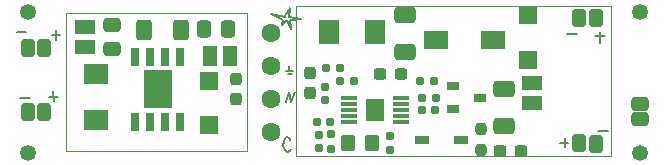
<source format=gts>
%TF.GenerationSoftware,KiCad,Pcbnew,(6.0.4)*%
%TF.CreationDate,2022-06-19T16:10:13+03:00*%
%TF.ProjectId,Main_PCB_001,4d61696e-5f50-4434-925f-3030312e6b69,rev?*%
%TF.SameCoordinates,Original*%
%TF.FileFunction,Soldermask,Top*%
%TF.FilePolarity,Negative*%
%FSLAX46Y46*%
G04 Gerber Fmt 4.6, Leading zero omitted, Abs format (unit mm)*
G04 Created by KiCad (PCBNEW (6.0.4)) date 2022-06-19 16:10:13*
%MOMM*%
%LPD*%
G01*
G04 APERTURE LIST*
G04 Aperture macros list*
%AMRoundRect*
0 Rectangle with rounded corners*
0 $1 Rounding radius*
0 $2 $3 $4 $5 $6 $7 $8 $9 X,Y pos of 4 corners*
0 Add a 4 corners polygon primitive as box body*
4,1,4,$2,$3,$4,$5,$6,$7,$8,$9,$2,$3,0*
0 Add four circle primitives for the rounded corners*
1,1,$1+$1,$2,$3*
1,1,$1+$1,$4,$5*
1,1,$1+$1,$6,$7*
1,1,$1+$1,$8,$9*
0 Add four rect primitives between the rounded corners*
20,1,$1+$1,$2,$3,$4,$5,0*
20,1,$1+$1,$4,$5,$6,$7,0*
20,1,$1+$1,$6,$7,$8,$9,0*
20,1,$1+$1,$8,$9,$2,$3,0*%
G04 Aperture macros list end*
%ADD10C,0.150000*%
%ADD11C,0.100000*%
%ADD12RoundRect,0.300000X0.300000X0.450000X-0.300000X0.450000X-0.300000X-0.450000X0.300000X-0.450000X0*%
%ADD13RoundRect,0.237500X0.300000X0.237500X-0.300000X0.237500X-0.300000X-0.237500X0.300000X-0.237500X0*%
%ADD14R,2.150000X1.600000*%
%ADD15R,0.650000X1.525000*%
%ADD16R,2.410000X3.300000*%
%ADD17R,1.200000X1.800000*%
%ADD18RoundRect,0.237500X-0.237500X0.250000X-0.237500X-0.250000X0.237500X-0.250000X0.237500X0.250000X0*%
%ADD19RoundRect,0.155000X-0.155000X0.212500X-0.155000X-0.212500X0.155000X-0.212500X0.155000X0.212500X0*%
%ADD20C,1.350000*%
%ADD21RoundRect,0.250000X-0.337500X-0.475000X0.337500X-0.475000X0.337500X0.475000X-0.337500X0.475000X0*%
%ADD22RoundRect,0.160000X-0.160000X0.197500X-0.160000X-0.197500X0.160000X-0.197500X0.160000X0.197500X0*%
%ADD23RoundRect,0.300000X-0.300000X-0.450000X0.300000X-0.450000X0.300000X0.450000X-0.300000X0.450000X0*%
%ADD24R,1.400000X0.300000*%
%ADD25R,1.570000X1.880000*%
%ADD26C,1.600000*%
%ADD27RoundRect,0.300000X0.450000X-0.300000X0.450000X0.300000X-0.450000X0.300000X-0.450000X-0.300000X0*%
%ADD28RoundRect,0.160000X-0.197500X-0.160000X0.197500X-0.160000X0.197500X0.160000X-0.197500X0.160000X0*%
%ADD29R,1.800000X2.100000*%
%ADD30R,1.630000X1.530000*%
%ADD31R,2.100000X1.800000*%
%ADD32RoundRect,0.250000X-0.400000X-0.625000X0.400000X-0.625000X0.400000X0.625000X-0.400000X0.625000X0*%
%ADD33R,1.100000X0.650000*%
%ADD34RoundRect,0.250000X-0.650000X0.412500X-0.650000X-0.412500X0.650000X-0.412500X0.650000X0.412500X0*%
%ADD35RoundRect,0.155000X0.212500X0.155000X-0.212500X0.155000X-0.212500X-0.155000X0.212500X-0.155000X0*%
%ADD36RoundRect,0.155000X0.155000X-0.212500X0.155000X0.212500X-0.155000X0.212500X-0.155000X-0.212500X0*%
%ADD37R,1.800000X1.200000*%
%ADD38RoundRect,0.155000X-0.212500X-0.155000X0.212500X-0.155000X0.212500X0.155000X-0.212500X0.155000X0*%
%ADD39RoundRect,0.237500X-0.237500X0.300000X-0.237500X-0.300000X0.237500X-0.300000X0.237500X0.300000X0*%
%ADD40R,1.250000X0.800000*%
%ADD41RoundRect,0.250000X0.475000X-0.337500X0.475000X0.337500X-0.475000X0.337500X-0.475000X-0.337500X0*%
%ADD42RoundRect,0.160000X0.160000X-0.197500X0.160000X0.197500X-0.160000X0.197500X-0.160000X-0.197500X0*%
%ADD43RoundRect,0.250000X-0.350000X-0.450000X0.350000X-0.450000X0.350000X0.450000X-0.350000X0.450000X0*%
G04 APERTURE END LIST*
D10*
X123698000Y-100965000D02*
X124714000Y-101168200D01*
X103327200Y-107746800D02*
X104165400Y-107746800D01*
X123748800Y-101244400D02*
X123875800Y-102057200D01*
X100634800Y-102235000D02*
X101447600Y-102235000D01*
X123266200Y-111531400D02*
X123190000Y-111963200D01*
X123875800Y-102057200D02*
X123494800Y-101295200D01*
X123469400Y-111201200D02*
X123266200Y-111531400D01*
X147193000Y-102463600D02*
X148082000Y-102463600D01*
X147040600Y-112014000D02*
X147040600Y-111252000D01*
X149885400Y-110642400D02*
X150672800Y-110642400D01*
X123367800Y-100914200D02*
X123748800Y-100228400D01*
X123418600Y-105587800D02*
X124053600Y-105587800D01*
X123113800Y-101701600D02*
X123215400Y-101244400D01*
X122148600Y-100736400D02*
X123367800Y-100965000D01*
X146634200Y-111683800D02*
X147345400Y-111683800D01*
X123215400Y-101244400D02*
X122148600Y-100736400D01*
X123494800Y-101295200D02*
X123113800Y-101701600D01*
X123545600Y-112420400D02*
X123748800Y-112344200D01*
D11*
X124269500Y-100076000D02*
X150939500Y-100076000D01*
X150939500Y-100076000D02*
X150939500Y-112776000D01*
X150939500Y-112776000D02*
X124269500Y-112776000D01*
X124269500Y-112776000D02*
X124269500Y-100076000D01*
D10*
X123723400Y-105181400D02*
X123723400Y-105587800D01*
X123596400Y-105816400D02*
X123901200Y-105816400D01*
X149555200Y-102616000D02*
X150469600Y-102641400D01*
X100939600Y-107848400D02*
X101777800Y-107848400D01*
X123748800Y-112344200D02*
X123825000Y-112191800D01*
X123799600Y-111455200D02*
X123748800Y-111252000D01*
X123190000Y-111963200D02*
X123317000Y-112293400D01*
X124714000Y-101168200D02*
X123748800Y-101244400D01*
X123748800Y-100228400D02*
X123698000Y-100965000D01*
X123418600Y-108204000D02*
X123672600Y-107391200D01*
X123875800Y-108229400D02*
X124155200Y-107365800D01*
X103759000Y-108127800D02*
X103733600Y-107289600D01*
X123748800Y-111252000D02*
X123469400Y-111201200D01*
X103581200Y-102565200D02*
X104317800Y-102565200D01*
X103987600Y-102920800D02*
X103962200Y-102133400D01*
X123672600Y-107391200D02*
X123875800Y-108229400D01*
D11*
X120154700Y-112344200D02*
X104787700Y-112344200D01*
X104787700Y-112344200D02*
X104787700Y-100660200D01*
X104787700Y-100660200D02*
X120154700Y-100660200D01*
X120154700Y-100660200D02*
X120154700Y-112344200D01*
D10*
X123317000Y-112293400D02*
X123545600Y-112420400D01*
X150037800Y-102260400D02*
X150037800Y-103174800D01*
D12*
%TO.C,D15*%
X102971600Y-103657400D03*
%TD*%
D13*
%TO.C,C16*%
X133145700Y-105801000D03*
X131420700Y-105801000D03*
%TD*%
D14*
%TO.C,L7*%
X136131600Y-102905400D03*
X140931600Y-102905400D03*
%TD*%
D15*
%TO.C,IC4*%
X114477800Y-104425200D03*
X113207800Y-104425200D03*
X111937800Y-104425200D03*
X110667800Y-104425200D03*
X110667800Y-109849200D03*
X111937800Y-109849200D03*
X113207800Y-109849200D03*
X114477800Y-109849200D03*
D16*
X112572800Y-107137200D03*
%TD*%
D17*
%TO.C,L3*%
X118706000Y-104267000D03*
X117006000Y-104267000D03*
%TD*%
D18*
%TO.C,R10*%
X139954000Y-110476500D03*
X139954000Y-112301500D03*
%TD*%
D19*
%TO.C,C9*%
X126746000Y-106884500D03*
X126746000Y-108019500D03*
%TD*%
D20*
%TO.C,U2*%
X153416000Y-112522000D03*
%TD*%
D21*
%TO.C,C10*%
X116462900Y-101981000D03*
X118537900Y-101981000D03*
%TD*%
D22*
%TO.C,R5*%
X127203200Y-110947200D03*
X127203200Y-112142200D03*
%TD*%
D23*
%TO.C,D5*%
X102971600Y-109042200D03*
%TD*%
%TO.C,D7*%
X148259800Y-111709200D03*
%TD*%
D24*
%TO.C,IC3*%
X128737000Y-107849000D03*
X128737000Y-108349000D03*
X128737000Y-108849000D03*
X128737000Y-109349000D03*
X128737000Y-109849000D03*
X133137000Y-109849000D03*
X133137000Y-109349000D03*
X133137000Y-108849000D03*
X133137000Y-108349000D03*
X133137000Y-107849000D03*
D25*
X130937000Y-108849000D03*
%TD*%
D26*
%TO.C,D3*%
X122174000Y-105156000D03*
%TD*%
%TO.C,D1*%
X122174000Y-102362000D03*
%TD*%
D27*
%TO.C,D13*%
X153416000Y-108331000D03*
%TD*%
D28*
%TO.C,R9*%
X134911500Y-107833000D03*
X136106500Y-107833000D03*
%TD*%
D29*
%TO.C,L4*%
X127082000Y-102295800D03*
X130982000Y-102295800D03*
%TD*%
D12*
%TO.C,D14*%
X101574600Y-103657400D03*
%TD*%
D30*
%TO.C,D10*%
X116890800Y-106380200D03*
X116890800Y-110180200D03*
%TD*%
D26*
%TO.C,D2*%
X122174000Y-107950000D03*
%TD*%
D31*
%TO.C,L8*%
X107340400Y-109722200D03*
X107340400Y-105822200D03*
%TD*%
D32*
%TO.C,R6*%
X111429200Y-102108000D03*
X114529200Y-102108000D03*
%TD*%
D33*
%TO.C,IC5*%
X137534000Y-106883000D03*
X137534000Y-108783000D03*
X139834000Y-107833000D03*
%TD*%
D13*
%TO.C,C14*%
X143305700Y-112303400D03*
X141580700Y-112303400D03*
%TD*%
D34*
%TO.C,C12*%
X133502400Y-100834900D03*
X133502400Y-103959900D03*
%TD*%
D35*
%TO.C,C4*%
X127186500Y-109931200D03*
X126051500Y-109931200D03*
%TD*%
D23*
%TO.C,D6*%
X149682200Y-111734600D03*
%TD*%
D36*
%TO.C,C6*%
X126187200Y-112098900D03*
X126187200Y-110963900D03*
%TD*%
D37*
%TO.C,L9*%
X106375200Y-103542200D03*
X106375200Y-101842200D03*
%TD*%
D23*
%TO.C,D4*%
X101600000Y-109042200D03*
%TD*%
D38*
%TO.C,C8*%
X126838900Y-105343800D03*
X127973900Y-105343800D03*
%TD*%
D20*
%TO.C,U5*%
X101600000Y-112522000D03*
%TD*%
D39*
%TO.C,C7*%
X119227600Y-106249300D03*
X119227600Y-107974300D03*
%TD*%
D20*
%TO.C,U4*%
X153416000Y-100584000D03*
%TD*%
%TO.C,U3*%
X101600000Y-100584000D03*
%TD*%
D28*
%TO.C,R8*%
X134784500Y-106436000D03*
X135979500Y-106436000D03*
%TD*%
D26*
%TO.C,D20*%
X122174000Y-110744000D03*
%TD*%
D28*
%TO.C,R7*%
X127977300Y-106410600D03*
X129172300Y-106410600D03*
%TD*%
D23*
%TO.C,D8*%
X148259800Y-101092000D03*
%TD*%
D40*
%TO.C,Z3*%
X138269600Y-111389000D03*
X134969600Y-111389000D03*
%TD*%
D41*
%TO.C,C20*%
X108737400Y-103729700D03*
X108737400Y-101654700D03*
%TD*%
D38*
%TO.C,C15*%
X134941500Y-108849000D03*
X136076500Y-108849000D03*
%TD*%
D27*
%TO.C,D11*%
X153390600Y-109677200D03*
%TD*%
D23*
%TO.C,D9*%
X149707600Y-101092000D03*
%TD*%
D30*
%TO.C,D12*%
X143916400Y-104653000D03*
X143916400Y-100853000D03*
%TD*%
D42*
%TO.C,R4*%
X132207000Y-112240500D03*
X132207000Y-111045500D03*
%TD*%
D39*
%TO.C,C11*%
X125476000Y-105700500D03*
X125476000Y-107425500D03*
%TD*%
D34*
%TO.C,C17*%
X141884400Y-107134100D03*
X141884400Y-110259100D03*
%TD*%
D37*
%TO.C,L6*%
X144221200Y-108276600D03*
X144221200Y-106576600D03*
%TD*%
D43*
%TO.C,R3*%
X128692400Y-111693800D03*
X130692400Y-111693800D03*
%TD*%
M02*

</source>
